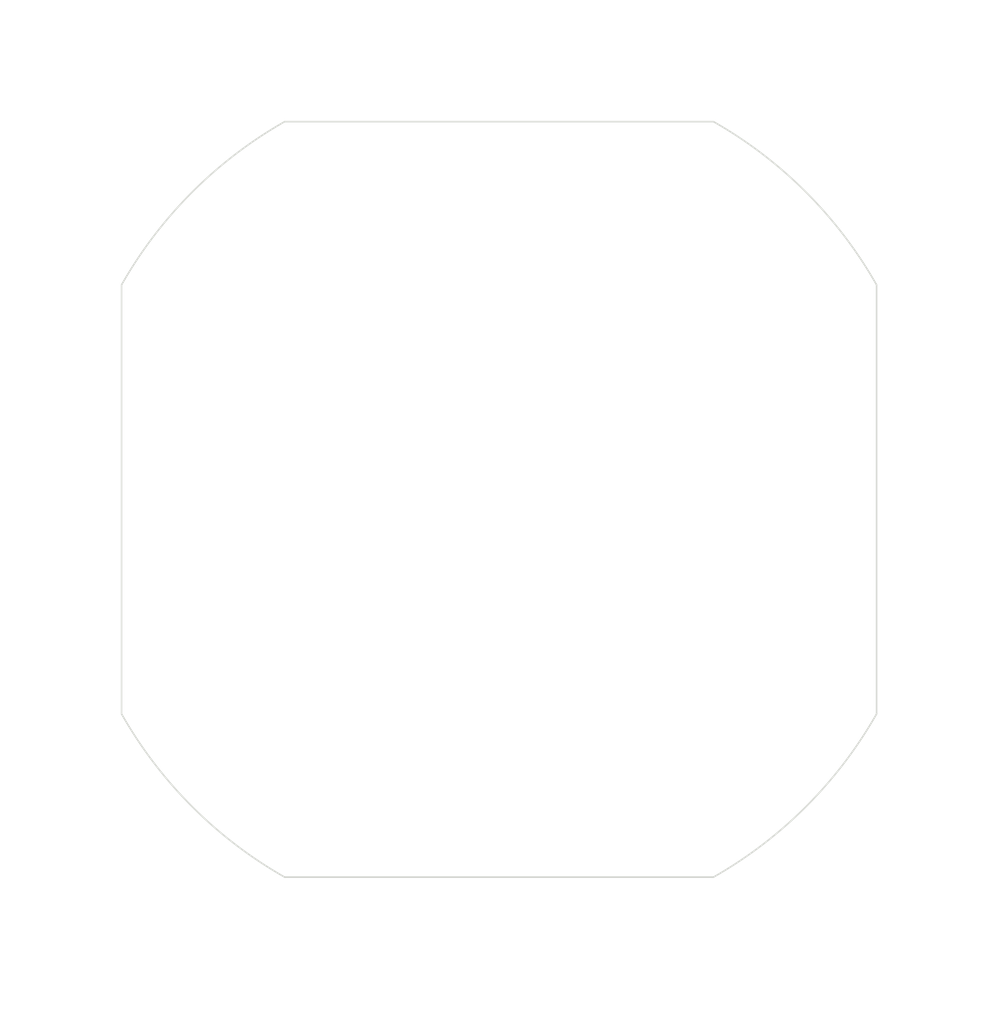
<source format=kicad_pcb>
(kicad_pcb (version 4) (host pcbnew 4.0.4-stable)

  (general
    (links 0)
    (no_connects 0)
    (area 123.451099 79.953599 173.551101 130.053601)
    (thickness 1.6)
    (drawings 45)
    (tracks 0)
    (zones 0)
    (modules 0)
    (nets 1)
  )

  (page A4)
  (layers
    (0 F.Cu signal)
    (31 B.Cu signal)
    (32 B.Adhes user)
    (33 F.Adhes user)
    (34 B.Paste user)
    (35 F.Paste user)
    (36 B.SilkS user)
    (37 F.SilkS user)
    (38 B.Mask user)
    (39 F.Mask user)
    (40 Dwgs.User user)
    (41 Cmts.User user)
    (42 Eco1.User user)
    (43 Eco2.User user)
    (44 Edge.Cuts user)
    (45 Margin user)
    (46 B.CrtYd user)
    (47 F.CrtYd user)
    (48 B.Fab user)
    (49 F.Fab user)
  )

  (setup
    (last_trace_width 0.25)
    (trace_clearance 0.2)
    (zone_clearance 0.508)
    (zone_45_only no)
    (trace_min 0.2)
    (segment_width 0.2)
    (edge_width 0.15)
    (via_size 0.6)
    (via_drill 0.4)
    (via_min_size 0.4)
    (via_min_drill 0.3)
    (uvia_size 0.3)
    (uvia_drill 0.1)
    (uvias_allowed no)
    (uvia_min_size 0.2)
    (uvia_min_drill 0.1)
    (pcb_text_width 0.3)
    (pcb_text_size 1.5 1.5)
    (mod_edge_width 0.15)
    (mod_text_size 1 1)
    (mod_text_width 0.15)
    (pad_size 1.524 1.524)
    (pad_drill 0.762)
    (pad_to_mask_clearance 0.2)
    (aux_axis_origin 0 0)
    (visible_elements FFFFFF7F)
    (pcbplotparams
      (layerselection 0x00030_80000001)
      (usegerberextensions false)
      (excludeedgelayer true)
      (linewidth 0.100000)
      (plotframeref false)
      (viasonmask false)
      (mode 1)
      (useauxorigin false)
      (hpglpennumber 1)
      (hpglpenspeed 20)
      (hpglpendiameter 15)
      (hpglpenoverlay 2)
      (psnegative false)
      (psa4output false)
      (plotreference true)
      (plotvalue true)
      (plotinvisibletext false)
      (padsonsilk false)
      (subtractmaskfromsilk false)
      (outputformat 1)
      (mirror false)
      (drillshape 1)
      (scaleselection 1)
      (outputdirectory ""))
  )

  (net 0 "")

  (net_class Default "This is the default net class."
    (clearance 0.2)
    (trace_width 0.25)
    (via_dia 0.6)
    (via_drill 0.4)
    (uvia_dia 0.3)
    (uvia_drill 0.1)
  )

  (dimension 50 (width 0.3) (layer Dwgs.User)
    (gr_text "50.000 mm" (at 148.5 140.35) (layer Dwgs.User)
      (effects (font (size 1.5 1.5) (thickness 0.3)))
    )
    (feature1 (pts (xy 123.5 117.5) (xy 123.5 141.7)))
    (feature2 (pts (xy 173.5 117.5) (xy 173.5 141.7)))
    (crossbar (pts (xy 173.5 139) (xy 123.5 139)))
    (arrow1a (pts (xy 123.5 139) (xy 124.626504 138.413579)))
    (arrow1b (pts (xy 123.5 139) (xy 124.626504 139.586421)))
    (arrow2a (pts (xy 173.5 139) (xy 172.373496 138.413579)))
    (arrow2b (pts (xy 173.5 139) (xy 172.373496 139.586421)))
  )
  (gr_arc (start 148.5011 105.0036) (end 115.532953 103.55401) (angle -5.113113717) (layer Dwgs.User) (width 0.1))
  (gr_arc (start 148.5011 105.0036) (end 149.630656 72.022937) (angle -3.615630053) (layer Dwgs.User) (width 0.1))
  (gr_arc (start 148.5011 105.0036) (end 146.979902 137.96852) (angle -4.376252862) (layer Dwgs.User) (width 0.1))
  (gr_arc (start 148.5011 105.0036) (end 181.485935 106.003942) (angle -3.462743948) (layer Dwgs.User) (width 0.1))
  (gr_arc (start 148.5011 105.0036) (end 162.895109 130.7536) (angle -31.59043583) (layer Dwgs.User) (width 0.1))
  (gr_arc (start 148.5011 105.0036) (end 174.2511 90.609591) (angle -31.59043583) (layer Dwgs.User) (width 0.1))
  (gr_circle (center 178.501242 104.970187) (end 180.101242 104.970187) (layer Dwgs.User) (width 0.1))
  (gr_line (start 153.676814 130.7536) (end 162.895109 130.7536) (layer Dwgs.User) (width 0.1))
  (gr_line (start 149.630656 72.022937) (end 153.805281 79.2536) (layer Dwgs.User) (width 0.1))
  (gr_arc (start 148.5011 105.0036) (end 134.107091 79.2536) (angle -31.59043583) (layer Dwgs.User) (width 0.1))
  (gr_arc (start 148.5011 105.0036) (end 162.056542 129.5036) (angle -32.08995126) (layer Dwgs.User) (width 0.1))
  (gr_line (start 173.0011 91.448158) (end 173.0011 118.559042) (layer Dwgs.User) (width 0.1))
  (gr_arc (start 148.5011 105.0036) (end 173.0011 91.448158) (angle -32.08995126) (layer Dwgs.User) (width 0.1))
  (gr_line (start 134.945658 80.5036) (end 162.056542 80.5036) (layer Dwgs.User) (width 0.1))
  (gr_arc (start 148.5011 105.0036) (end 134.945658 80.5036) (angle -32.08995126) (layer Dwgs.User) (width 0.1))
  (gr_line (start 124.0011 118.559042) (end 124.0011 91.448158) (layer Dwgs.User) (width 0.1))
  (gr_arc (start 148.5011 105.0036) (end 124.0011 118.559042) (angle -32.08995126) (layer Dwgs.User) (width 0.1))
  (gr_line (start 162.056542 129.5036) (end 134.945658 129.5036) (layer Dwgs.User) (width 0.1))
  (gr_line (start 122.7511 99.386611) (end 122.7511 90.609591) (layer Dwgs.User) (width 0.1))
  (gr_line (start 122.7511 119.397609) (end 122.7511 110.664219) (layer Dwgs.User) (width 0.1))
  (gr_line (start 134.107091 79.2536) (end 143.370705 79.2536) (layer Dwgs.User) (width 0.1))
  (gr_line (start 147.548556 72.01735) (end 143.370705 79.2536) (layer Dwgs.User) (width 0.1))
  (gr_line (start 115.532953 103.55401) (end 122.80385 99.356156) (layer Dwgs.User) (width 0.1))
  (gr_line (start 146.979902 137.96852) (end 142.814366 130.7536) (layer Dwgs.User) (width 0.1))
  (gr_line (start 115.534953 106.497974) (end 122.7511 110.664219) (layer Dwgs.User) (width 0.1))
  (gr_line (start 153.805281 79.2536) (end 162.895109 79.2536) (layer Dwgs.User) (width 0.1))
  (gr_line (start 174.2511 99.8327) (end 174.2511 90.609591) (layer Dwgs.User) (width 0.1))
  (gr_line (start 174.2511 119.397609) (end 174.2511 110.180976) (layer Dwgs.User) (width 0.1))
  (gr_line (start 149.499751 137.988486) (end 153.676814 130.7536) (layer Dwgs.User) (width 0.1))
  (gr_line (start 181.485935 106.003942) (end 174.2511 110.180976) (layer Dwgs.User) (width 0.1))
  (gr_line (start 181.486134 104.009848) (end 174.2511 99.8327) (layer Dwgs.User) (width 0.1))
  (gr_line (start 134.107091 130.7536) (end 142.814366 130.7536) (layer Dwgs.User) (width 0.1))
  (gr_arc (start 148.5011 105.0036) (end 122.7511 119.397609) (angle -31.59043583) (layer Dwgs.User) (width 0.1))
  (gr_circle (center 148.48454 135.003756) (end 150.08454 135.003756) (layer Dwgs.User) (width 0.1))
  (gr_circle (center 148.595688 75.003588) (end 150.195688 75.003588) (layer Dwgs.User) (width 0.1))
  (gr_circle (center 118.500945 105.0213) (end 120.100945 105.0213) (layer Dwgs.User) (width 0.1))
  (gr_arc (start 148.5011 105.0036) (end 134.303829 80.0036) (angle -30.81630841) (layer Edge.Cuts) (width 0.1))
  (gr_line (start 123.5011 119.200871) (end 123.5011 90.806329) (layer Edge.Cuts) (width 0.1))
  (gr_arc (start 148.5011 105.0036) (end 123.5011 119.200871) (angle -30.81630841) (layer Edge.Cuts) (width 0.1))
  (gr_line (start 162.698371 130.0036) (end 134.303829 130.0036) (layer Edge.Cuts) (width 0.1))
  (gr_arc (start 148.5011 105.0036) (end 162.698371 130.0036) (angle -30.81630841) (layer Edge.Cuts) (width 0.1))
  (gr_line (start 173.5011 90.806329) (end 173.5011 119.200871) (layer Edge.Cuts) (width 0.1))
  (gr_arc (start 148.5011 105.0036) (end 173.5011 90.806329) (angle -30.81630841) (layer Edge.Cuts) (width 0.1))
  (gr_line (start 134.303829 80.0036) (end 162.698371 80.0036) (layer Edge.Cuts) (width 0.1))

)

</source>
